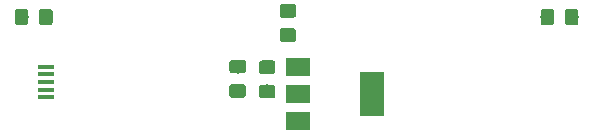
<source format=gbr>
G04 #@! TF.GenerationSoftware,KiCad,Pcbnew,(5.1.4)-1*
G04 #@! TF.CreationDate,2019-09-29T17:47:35+09:00*
G04 #@! TF.ProjectId,project 02 micro usb,70726f6a-6563-4742-9030-32206d696372,2*
G04 #@! TF.SameCoordinates,Original*
G04 #@! TF.FileFunction,Paste,Top*
G04 #@! TF.FilePolarity,Positive*
%FSLAX46Y46*%
G04 Gerber Fmt 4.6, Leading zero omitted, Abs format (unit mm)*
G04 Created by KiCad (PCBNEW (5.1.4)-1) date 2019-09-29 17:47:35*
%MOMM*%
%LPD*%
G04 APERTURE LIST*
%ADD10C,0.100000*%
%ADD11C,1.150000*%
%ADD12R,2.000000X3.800000*%
%ADD13R,2.000000X1.500000*%
%ADD14R,1.350000X0.400000*%
G04 APERTURE END LIST*
D10*
G36*
X125474505Y-42426204D02*
G01*
X125498773Y-42429804D01*
X125522572Y-42435765D01*
X125545671Y-42444030D01*
X125567850Y-42454520D01*
X125588893Y-42467132D01*
X125608599Y-42481747D01*
X125626777Y-42498223D01*
X125643253Y-42516401D01*
X125657868Y-42536107D01*
X125670480Y-42557150D01*
X125680970Y-42579329D01*
X125689235Y-42602428D01*
X125695196Y-42626227D01*
X125698796Y-42650495D01*
X125700000Y-42674999D01*
X125700000Y-43325001D01*
X125698796Y-43349505D01*
X125695196Y-43373773D01*
X125689235Y-43397572D01*
X125680970Y-43420671D01*
X125670480Y-43442850D01*
X125657868Y-43463893D01*
X125643253Y-43483599D01*
X125626777Y-43501777D01*
X125608599Y-43518253D01*
X125588893Y-43532868D01*
X125567850Y-43545480D01*
X125545671Y-43555970D01*
X125522572Y-43564235D01*
X125498773Y-43570196D01*
X125474505Y-43573796D01*
X125450001Y-43575000D01*
X124549999Y-43575000D01*
X124525495Y-43573796D01*
X124501227Y-43570196D01*
X124477428Y-43564235D01*
X124454329Y-43555970D01*
X124432150Y-43545480D01*
X124411107Y-43532868D01*
X124391401Y-43518253D01*
X124373223Y-43501777D01*
X124356747Y-43483599D01*
X124342132Y-43463893D01*
X124329520Y-43442850D01*
X124319030Y-43420671D01*
X124310765Y-43397572D01*
X124304804Y-43373773D01*
X124301204Y-43349505D01*
X124300000Y-43325001D01*
X124300000Y-42674999D01*
X124301204Y-42650495D01*
X124304804Y-42626227D01*
X124310765Y-42602428D01*
X124319030Y-42579329D01*
X124329520Y-42557150D01*
X124342132Y-42536107D01*
X124356747Y-42516401D01*
X124373223Y-42498223D01*
X124391401Y-42481747D01*
X124411107Y-42467132D01*
X124432150Y-42454520D01*
X124454329Y-42444030D01*
X124477428Y-42435765D01*
X124501227Y-42429804D01*
X124525495Y-42426204D01*
X124549999Y-42425000D01*
X125450001Y-42425000D01*
X125474505Y-42426204D01*
X125474505Y-42426204D01*
G37*
D11*
X125000000Y-43000000D03*
D10*
G36*
X125474505Y-40376204D02*
G01*
X125498773Y-40379804D01*
X125522572Y-40385765D01*
X125545671Y-40394030D01*
X125567850Y-40404520D01*
X125588893Y-40417132D01*
X125608599Y-40431747D01*
X125626777Y-40448223D01*
X125643253Y-40466401D01*
X125657868Y-40486107D01*
X125670480Y-40507150D01*
X125680970Y-40529329D01*
X125689235Y-40552428D01*
X125695196Y-40576227D01*
X125698796Y-40600495D01*
X125700000Y-40624999D01*
X125700000Y-41275001D01*
X125698796Y-41299505D01*
X125695196Y-41323773D01*
X125689235Y-41347572D01*
X125680970Y-41370671D01*
X125670480Y-41392850D01*
X125657868Y-41413893D01*
X125643253Y-41433599D01*
X125626777Y-41451777D01*
X125608599Y-41468253D01*
X125588893Y-41482868D01*
X125567850Y-41495480D01*
X125545671Y-41505970D01*
X125522572Y-41514235D01*
X125498773Y-41520196D01*
X125474505Y-41523796D01*
X125450001Y-41525000D01*
X124549999Y-41525000D01*
X124525495Y-41523796D01*
X124501227Y-41520196D01*
X124477428Y-41514235D01*
X124454329Y-41505970D01*
X124432150Y-41495480D01*
X124411107Y-41482868D01*
X124391401Y-41468253D01*
X124373223Y-41451777D01*
X124356747Y-41433599D01*
X124342132Y-41413893D01*
X124329520Y-41392850D01*
X124319030Y-41370671D01*
X124310765Y-41347572D01*
X124304804Y-41323773D01*
X124301204Y-41299505D01*
X124300000Y-41275001D01*
X124300000Y-40624999D01*
X124301204Y-40600495D01*
X124304804Y-40576227D01*
X124310765Y-40552428D01*
X124319030Y-40529329D01*
X124329520Y-40507150D01*
X124342132Y-40486107D01*
X124356747Y-40466401D01*
X124373223Y-40448223D01*
X124391401Y-40431747D01*
X124411107Y-40417132D01*
X124432150Y-40404520D01*
X124454329Y-40394030D01*
X124477428Y-40385765D01*
X124501227Y-40379804D01*
X124525495Y-40376204D01*
X124549999Y-40375000D01*
X125450001Y-40375000D01*
X125474505Y-40376204D01*
X125474505Y-40376204D01*
G37*
D11*
X125000000Y-40950000D03*
D10*
G36*
X151574505Y-36051204D02*
G01*
X151598773Y-36054804D01*
X151622572Y-36060765D01*
X151645671Y-36069030D01*
X151667850Y-36079520D01*
X151688893Y-36092132D01*
X151708599Y-36106747D01*
X151726777Y-36123223D01*
X151743253Y-36141401D01*
X151757868Y-36161107D01*
X151770480Y-36182150D01*
X151780970Y-36204329D01*
X151789235Y-36227428D01*
X151795196Y-36251227D01*
X151798796Y-36275495D01*
X151800000Y-36299999D01*
X151800000Y-37200001D01*
X151798796Y-37224505D01*
X151795196Y-37248773D01*
X151789235Y-37272572D01*
X151780970Y-37295671D01*
X151770480Y-37317850D01*
X151757868Y-37338893D01*
X151743253Y-37358599D01*
X151726777Y-37376777D01*
X151708599Y-37393253D01*
X151688893Y-37407868D01*
X151667850Y-37420480D01*
X151645671Y-37430970D01*
X151622572Y-37439235D01*
X151598773Y-37445196D01*
X151574505Y-37448796D01*
X151550001Y-37450000D01*
X150899999Y-37450000D01*
X150875495Y-37448796D01*
X150851227Y-37445196D01*
X150827428Y-37439235D01*
X150804329Y-37430970D01*
X150782150Y-37420480D01*
X150761107Y-37407868D01*
X150741401Y-37393253D01*
X150723223Y-37376777D01*
X150706747Y-37358599D01*
X150692132Y-37338893D01*
X150679520Y-37317850D01*
X150669030Y-37295671D01*
X150660765Y-37272572D01*
X150654804Y-37248773D01*
X150651204Y-37224505D01*
X150650000Y-37200001D01*
X150650000Y-36299999D01*
X150651204Y-36275495D01*
X150654804Y-36251227D01*
X150660765Y-36227428D01*
X150669030Y-36204329D01*
X150679520Y-36182150D01*
X150692132Y-36161107D01*
X150706747Y-36141401D01*
X150723223Y-36123223D01*
X150741401Y-36106747D01*
X150761107Y-36092132D01*
X150782150Y-36079520D01*
X150804329Y-36069030D01*
X150827428Y-36060765D01*
X150851227Y-36054804D01*
X150875495Y-36051204D01*
X150899999Y-36050000D01*
X151550001Y-36050000D01*
X151574505Y-36051204D01*
X151574505Y-36051204D01*
G37*
D11*
X151225000Y-36750000D03*
D10*
G36*
X153624505Y-36051204D02*
G01*
X153648773Y-36054804D01*
X153672572Y-36060765D01*
X153695671Y-36069030D01*
X153717850Y-36079520D01*
X153738893Y-36092132D01*
X153758599Y-36106747D01*
X153776777Y-36123223D01*
X153793253Y-36141401D01*
X153807868Y-36161107D01*
X153820480Y-36182150D01*
X153830970Y-36204329D01*
X153839235Y-36227428D01*
X153845196Y-36251227D01*
X153848796Y-36275495D01*
X153850000Y-36299999D01*
X153850000Y-37200001D01*
X153848796Y-37224505D01*
X153845196Y-37248773D01*
X153839235Y-37272572D01*
X153830970Y-37295671D01*
X153820480Y-37317850D01*
X153807868Y-37338893D01*
X153793253Y-37358599D01*
X153776777Y-37376777D01*
X153758599Y-37393253D01*
X153738893Y-37407868D01*
X153717850Y-37420480D01*
X153695671Y-37430970D01*
X153672572Y-37439235D01*
X153648773Y-37445196D01*
X153624505Y-37448796D01*
X153600001Y-37450000D01*
X152949999Y-37450000D01*
X152925495Y-37448796D01*
X152901227Y-37445196D01*
X152877428Y-37439235D01*
X152854329Y-37430970D01*
X152832150Y-37420480D01*
X152811107Y-37407868D01*
X152791401Y-37393253D01*
X152773223Y-37376777D01*
X152756747Y-37358599D01*
X152742132Y-37338893D01*
X152729520Y-37317850D01*
X152719030Y-37295671D01*
X152710765Y-37272572D01*
X152704804Y-37248773D01*
X152701204Y-37224505D01*
X152700000Y-37200001D01*
X152700000Y-36299999D01*
X152701204Y-36275495D01*
X152704804Y-36251227D01*
X152710765Y-36227428D01*
X152719030Y-36204329D01*
X152729520Y-36182150D01*
X152742132Y-36161107D01*
X152756747Y-36141401D01*
X152773223Y-36123223D01*
X152791401Y-36106747D01*
X152811107Y-36092132D01*
X152832150Y-36079520D01*
X152854329Y-36069030D01*
X152877428Y-36060765D01*
X152901227Y-36054804D01*
X152925495Y-36051204D01*
X152949999Y-36050000D01*
X153600001Y-36050000D01*
X153624505Y-36051204D01*
X153624505Y-36051204D01*
G37*
D11*
X153275000Y-36750000D03*
D10*
G36*
X127974505Y-40426204D02*
G01*
X127998773Y-40429804D01*
X128022572Y-40435765D01*
X128045671Y-40444030D01*
X128067850Y-40454520D01*
X128088893Y-40467132D01*
X128108599Y-40481747D01*
X128126777Y-40498223D01*
X128143253Y-40516401D01*
X128157868Y-40536107D01*
X128170480Y-40557150D01*
X128180970Y-40579329D01*
X128189235Y-40602428D01*
X128195196Y-40626227D01*
X128198796Y-40650495D01*
X128200000Y-40674999D01*
X128200000Y-41325001D01*
X128198796Y-41349505D01*
X128195196Y-41373773D01*
X128189235Y-41397572D01*
X128180970Y-41420671D01*
X128170480Y-41442850D01*
X128157868Y-41463893D01*
X128143253Y-41483599D01*
X128126777Y-41501777D01*
X128108599Y-41518253D01*
X128088893Y-41532868D01*
X128067850Y-41545480D01*
X128045671Y-41555970D01*
X128022572Y-41564235D01*
X127998773Y-41570196D01*
X127974505Y-41573796D01*
X127950001Y-41575000D01*
X127049999Y-41575000D01*
X127025495Y-41573796D01*
X127001227Y-41570196D01*
X126977428Y-41564235D01*
X126954329Y-41555970D01*
X126932150Y-41545480D01*
X126911107Y-41532868D01*
X126891401Y-41518253D01*
X126873223Y-41501777D01*
X126856747Y-41483599D01*
X126842132Y-41463893D01*
X126829520Y-41442850D01*
X126819030Y-41420671D01*
X126810765Y-41397572D01*
X126804804Y-41373773D01*
X126801204Y-41349505D01*
X126800000Y-41325001D01*
X126800000Y-40674999D01*
X126801204Y-40650495D01*
X126804804Y-40626227D01*
X126810765Y-40602428D01*
X126819030Y-40579329D01*
X126829520Y-40557150D01*
X126842132Y-40536107D01*
X126856747Y-40516401D01*
X126873223Y-40498223D01*
X126891401Y-40481747D01*
X126911107Y-40467132D01*
X126932150Y-40454520D01*
X126954329Y-40444030D01*
X126977428Y-40435765D01*
X127001227Y-40429804D01*
X127025495Y-40426204D01*
X127049999Y-40425000D01*
X127950001Y-40425000D01*
X127974505Y-40426204D01*
X127974505Y-40426204D01*
G37*
D11*
X127500000Y-41000000D03*
D10*
G36*
X127974505Y-42476204D02*
G01*
X127998773Y-42479804D01*
X128022572Y-42485765D01*
X128045671Y-42494030D01*
X128067850Y-42504520D01*
X128088893Y-42517132D01*
X128108599Y-42531747D01*
X128126777Y-42548223D01*
X128143253Y-42566401D01*
X128157868Y-42586107D01*
X128170480Y-42607150D01*
X128180970Y-42629329D01*
X128189235Y-42652428D01*
X128195196Y-42676227D01*
X128198796Y-42700495D01*
X128200000Y-42724999D01*
X128200000Y-43375001D01*
X128198796Y-43399505D01*
X128195196Y-43423773D01*
X128189235Y-43447572D01*
X128180970Y-43470671D01*
X128170480Y-43492850D01*
X128157868Y-43513893D01*
X128143253Y-43533599D01*
X128126777Y-43551777D01*
X128108599Y-43568253D01*
X128088893Y-43582868D01*
X128067850Y-43595480D01*
X128045671Y-43605970D01*
X128022572Y-43614235D01*
X127998773Y-43620196D01*
X127974505Y-43623796D01*
X127950001Y-43625000D01*
X127049999Y-43625000D01*
X127025495Y-43623796D01*
X127001227Y-43620196D01*
X126977428Y-43614235D01*
X126954329Y-43605970D01*
X126932150Y-43595480D01*
X126911107Y-43582868D01*
X126891401Y-43568253D01*
X126873223Y-43551777D01*
X126856747Y-43533599D01*
X126842132Y-43513893D01*
X126829520Y-43492850D01*
X126819030Y-43470671D01*
X126810765Y-43447572D01*
X126804804Y-43423773D01*
X126801204Y-43399505D01*
X126800000Y-43375001D01*
X126800000Y-42724999D01*
X126801204Y-42700495D01*
X126804804Y-42676227D01*
X126810765Y-42652428D01*
X126819030Y-42629329D01*
X126829520Y-42607150D01*
X126842132Y-42586107D01*
X126856747Y-42566401D01*
X126873223Y-42548223D01*
X126891401Y-42531747D01*
X126911107Y-42517132D01*
X126932150Y-42504520D01*
X126954329Y-42494030D01*
X126977428Y-42485765D01*
X127001227Y-42479804D01*
X127025495Y-42476204D01*
X127049999Y-42475000D01*
X127950001Y-42475000D01*
X127974505Y-42476204D01*
X127974505Y-42476204D01*
G37*
D11*
X127500000Y-43050000D03*
D10*
G36*
X109099505Y-36051204D02*
G01*
X109123773Y-36054804D01*
X109147572Y-36060765D01*
X109170671Y-36069030D01*
X109192850Y-36079520D01*
X109213893Y-36092132D01*
X109233599Y-36106747D01*
X109251777Y-36123223D01*
X109268253Y-36141401D01*
X109282868Y-36161107D01*
X109295480Y-36182150D01*
X109305970Y-36204329D01*
X109314235Y-36227428D01*
X109320196Y-36251227D01*
X109323796Y-36275495D01*
X109325000Y-36299999D01*
X109325000Y-37200001D01*
X109323796Y-37224505D01*
X109320196Y-37248773D01*
X109314235Y-37272572D01*
X109305970Y-37295671D01*
X109295480Y-37317850D01*
X109282868Y-37338893D01*
X109268253Y-37358599D01*
X109251777Y-37376777D01*
X109233599Y-37393253D01*
X109213893Y-37407868D01*
X109192850Y-37420480D01*
X109170671Y-37430970D01*
X109147572Y-37439235D01*
X109123773Y-37445196D01*
X109099505Y-37448796D01*
X109075001Y-37450000D01*
X108424999Y-37450000D01*
X108400495Y-37448796D01*
X108376227Y-37445196D01*
X108352428Y-37439235D01*
X108329329Y-37430970D01*
X108307150Y-37420480D01*
X108286107Y-37407868D01*
X108266401Y-37393253D01*
X108248223Y-37376777D01*
X108231747Y-37358599D01*
X108217132Y-37338893D01*
X108204520Y-37317850D01*
X108194030Y-37295671D01*
X108185765Y-37272572D01*
X108179804Y-37248773D01*
X108176204Y-37224505D01*
X108175000Y-37200001D01*
X108175000Y-36299999D01*
X108176204Y-36275495D01*
X108179804Y-36251227D01*
X108185765Y-36227428D01*
X108194030Y-36204329D01*
X108204520Y-36182150D01*
X108217132Y-36161107D01*
X108231747Y-36141401D01*
X108248223Y-36123223D01*
X108266401Y-36106747D01*
X108286107Y-36092132D01*
X108307150Y-36079520D01*
X108329329Y-36069030D01*
X108352428Y-36060765D01*
X108376227Y-36054804D01*
X108400495Y-36051204D01*
X108424999Y-36050000D01*
X109075001Y-36050000D01*
X109099505Y-36051204D01*
X109099505Y-36051204D01*
G37*
D11*
X108750000Y-36750000D03*
D10*
G36*
X107049505Y-36051204D02*
G01*
X107073773Y-36054804D01*
X107097572Y-36060765D01*
X107120671Y-36069030D01*
X107142850Y-36079520D01*
X107163893Y-36092132D01*
X107183599Y-36106747D01*
X107201777Y-36123223D01*
X107218253Y-36141401D01*
X107232868Y-36161107D01*
X107245480Y-36182150D01*
X107255970Y-36204329D01*
X107264235Y-36227428D01*
X107270196Y-36251227D01*
X107273796Y-36275495D01*
X107275000Y-36299999D01*
X107275000Y-37200001D01*
X107273796Y-37224505D01*
X107270196Y-37248773D01*
X107264235Y-37272572D01*
X107255970Y-37295671D01*
X107245480Y-37317850D01*
X107232868Y-37338893D01*
X107218253Y-37358599D01*
X107201777Y-37376777D01*
X107183599Y-37393253D01*
X107163893Y-37407868D01*
X107142850Y-37420480D01*
X107120671Y-37430970D01*
X107097572Y-37439235D01*
X107073773Y-37445196D01*
X107049505Y-37448796D01*
X107025001Y-37450000D01*
X106374999Y-37450000D01*
X106350495Y-37448796D01*
X106326227Y-37445196D01*
X106302428Y-37439235D01*
X106279329Y-37430970D01*
X106257150Y-37420480D01*
X106236107Y-37407868D01*
X106216401Y-37393253D01*
X106198223Y-37376777D01*
X106181747Y-37358599D01*
X106167132Y-37338893D01*
X106154520Y-37317850D01*
X106144030Y-37295671D01*
X106135765Y-37272572D01*
X106129804Y-37248773D01*
X106126204Y-37224505D01*
X106125000Y-37200001D01*
X106125000Y-36299999D01*
X106126204Y-36275495D01*
X106129804Y-36251227D01*
X106135765Y-36227428D01*
X106144030Y-36204329D01*
X106154520Y-36182150D01*
X106167132Y-36161107D01*
X106181747Y-36141401D01*
X106198223Y-36123223D01*
X106216401Y-36106747D01*
X106236107Y-36092132D01*
X106257150Y-36079520D01*
X106279329Y-36069030D01*
X106302428Y-36060765D01*
X106326227Y-36054804D01*
X106350495Y-36051204D01*
X106374999Y-36050000D01*
X107025001Y-36050000D01*
X107049505Y-36051204D01*
X107049505Y-36051204D01*
G37*
D11*
X106700000Y-36750000D03*
D10*
G36*
X129724505Y-37701204D02*
G01*
X129748773Y-37704804D01*
X129772572Y-37710765D01*
X129795671Y-37719030D01*
X129817850Y-37729520D01*
X129838893Y-37742132D01*
X129858599Y-37756747D01*
X129876777Y-37773223D01*
X129893253Y-37791401D01*
X129907868Y-37811107D01*
X129920480Y-37832150D01*
X129930970Y-37854329D01*
X129939235Y-37877428D01*
X129945196Y-37901227D01*
X129948796Y-37925495D01*
X129950000Y-37949999D01*
X129950000Y-38600001D01*
X129948796Y-38624505D01*
X129945196Y-38648773D01*
X129939235Y-38672572D01*
X129930970Y-38695671D01*
X129920480Y-38717850D01*
X129907868Y-38738893D01*
X129893253Y-38758599D01*
X129876777Y-38776777D01*
X129858599Y-38793253D01*
X129838893Y-38807868D01*
X129817850Y-38820480D01*
X129795671Y-38830970D01*
X129772572Y-38839235D01*
X129748773Y-38845196D01*
X129724505Y-38848796D01*
X129700001Y-38850000D01*
X128799999Y-38850000D01*
X128775495Y-38848796D01*
X128751227Y-38845196D01*
X128727428Y-38839235D01*
X128704329Y-38830970D01*
X128682150Y-38820480D01*
X128661107Y-38807868D01*
X128641401Y-38793253D01*
X128623223Y-38776777D01*
X128606747Y-38758599D01*
X128592132Y-38738893D01*
X128579520Y-38717850D01*
X128569030Y-38695671D01*
X128560765Y-38672572D01*
X128554804Y-38648773D01*
X128551204Y-38624505D01*
X128550000Y-38600001D01*
X128550000Y-37949999D01*
X128551204Y-37925495D01*
X128554804Y-37901227D01*
X128560765Y-37877428D01*
X128569030Y-37854329D01*
X128579520Y-37832150D01*
X128592132Y-37811107D01*
X128606747Y-37791401D01*
X128623223Y-37773223D01*
X128641401Y-37756747D01*
X128661107Y-37742132D01*
X128682150Y-37729520D01*
X128704329Y-37719030D01*
X128727428Y-37710765D01*
X128751227Y-37704804D01*
X128775495Y-37701204D01*
X128799999Y-37700000D01*
X129700001Y-37700000D01*
X129724505Y-37701204D01*
X129724505Y-37701204D01*
G37*
D11*
X129250000Y-38275000D03*
D10*
G36*
X129724505Y-35651204D02*
G01*
X129748773Y-35654804D01*
X129772572Y-35660765D01*
X129795671Y-35669030D01*
X129817850Y-35679520D01*
X129838893Y-35692132D01*
X129858599Y-35706747D01*
X129876777Y-35723223D01*
X129893253Y-35741401D01*
X129907868Y-35761107D01*
X129920480Y-35782150D01*
X129930970Y-35804329D01*
X129939235Y-35827428D01*
X129945196Y-35851227D01*
X129948796Y-35875495D01*
X129950000Y-35899999D01*
X129950000Y-36550001D01*
X129948796Y-36574505D01*
X129945196Y-36598773D01*
X129939235Y-36622572D01*
X129930970Y-36645671D01*
X129920480Y-36667850D01*
X129907868Y-36688893D01*
X129893253Y-36708599D01*
X129876777Y-36726777D01*
X129858599Y-36743253D01*
X129838893Y-36757868D01*
X129817850Y-36770480D01*
X129795671Y-36780970D01*
X129772572Y-36789235D01*
X129748773Y-36795196D01*
X129724505Y-36798796D01*
X129700001Y-36800000D01*
X128799999Y-36800000D01*
X128775495Y-36798796D01*
X128751227Y-36795196D01*
X128727428Y-36789235D01*
X128704329Y-36780970D01*
X128682150Y-36770480D01*
X128661107Y-36757868D01*
X128641401Y-36743253D01*
X128623223Y-36726777D01*
X128606747Y-36708599D01*
X128592132Y-36688893D01*
X128579520Y-36667850D01*
X128569030Y-36645671D01*
X128560765Y-36622572D01*
X128554804Y-36598773D01*
X128551204Y-36574505D01*
X128550000Y-36550001D01*
X128550000Y-35899999D01*
X128551204Y-35875495D01*
X128554804Y-35851227D01*
X128560765Y-35827428D01*
X128569030Y-35804329D01*
X128579520Y-35782150D01*
X128592132Y-35761107D01*
X128606747Y-35741401D01*
X128623223Y-35723223D01*
X128641401Y-35706747D01*
X128661107Y-35692132D01*
X128682150Y-35679520D01*
X128704329Y-35669030D01*
X128727428Y-35660765D01*
X128751227Y-35654804D01*
X128775495Y-35651204D01*
X128799999Y-35650000D01*
X129700001Y-35650000D01*
X129724505Y-35651204D01*
X129724505Y-35651204D01*
G37*
D11*
X129250000Y-36225000D03*
D12*
X136400000Y-43250000D03*
D13*
X130100000Y-43250000D03*
X130100000Y-45550000D03*
X130100000Y-40950000D03*
D14*
X108750000Y-42250000D03*
X108750000Y-42900000D03*
X108750000Y-43550000D03*
X108750000Y-41600000D03*
X108750000Y-40950000D03*
M02*

</source>
